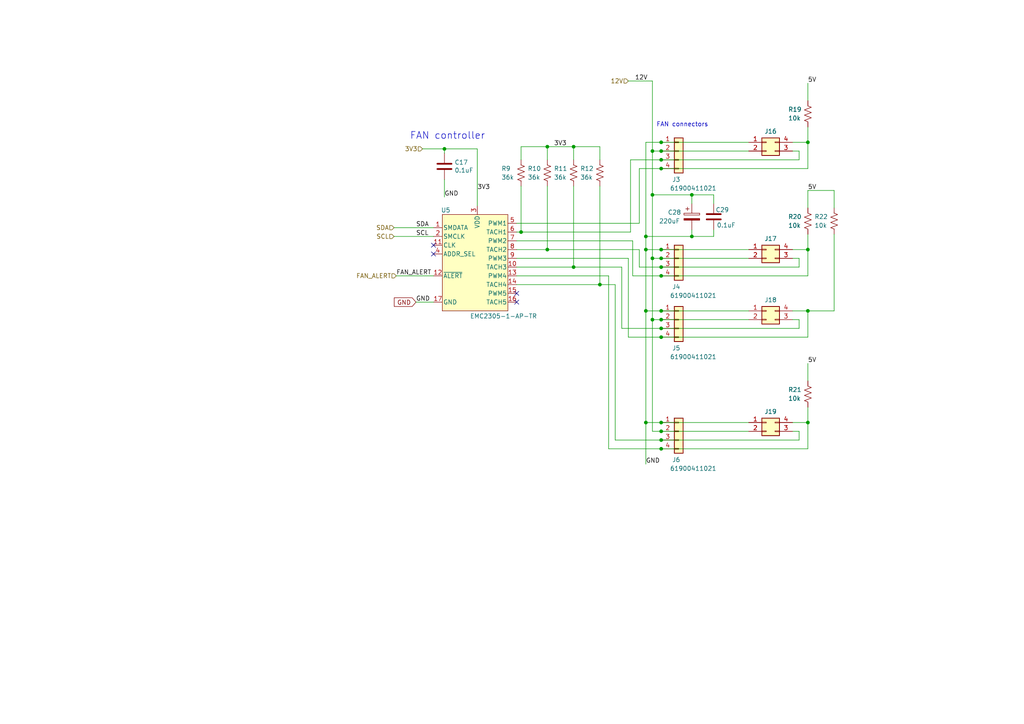
<source format=kicad_sch>
(kicad_sch (version 20230121) (generator eeschema)
  (paper "A4")
  (title_block (title "Bitcart") (date "2024-02-26") (rev "1"))
  (lib_symbols
    (symbol "Connector_Generic:Conn_01x04" (pin_names hide)
      (property "Reference" "J" (at 0 5.08 0))
      (property "Value" "Conn_01x04" (at 0 -7.62 0))
      (symbol "Conn_01x04_1_1"
        (rectangle (start -1.27 -4.953) (end 0 -5.207))
        (rectangle (start -1.27 -2.413) (end 0 -2.667))
        (rectangle (start -1.27 0.127) (end 0 -0.127))
        (rectangle (start -1.27 2.667) (end 0 2.413))
        (rectangle (start -1.27 3.81) (end 1.27 -6.35) (stroke (width 0.254)) (fill (type background)))
        (pin passive line (at -5.08 2.54 0) (length 3.81) (name "Pin_1") (number "1"))
        (pin passive line (at -5.08 0 0) (length 3.81) (name "Pin_2") (number "2"))
        (pin passive line (at -5.08 -2.54 0) (length 3.81) (name "Pin_3") (number "3"))
        (pin passive line (at -5.08 -5.08 0) (length 3.81) (name "Pin_4") (number "4"))
      )
    )
    (symbol "Connector_Generic:Conn_02x02_Counter_Clockwise" (pin_names (offset 1.016) hide)
      (property "Reference" "J" (at 1.27 2.54 0))
      (property "Value" "Conn_02x02_Counter_Clockwise" (at 1.27 -5.08 0))
      (symbol "Conn_02x02_Counter_Clockwise_1_1"
        (rectangle (start -1.27 -2.413) (end 0 -2.667) (stroke (width 0.1524)))
        (rectangle (start -1.27 0.127) (end 0 -0.127) (stroke (width 0.1524)))
        (rectangle (start -1.27 1.27) (end 3.81 -3.81) (stroke (width 0.254)) (fill (type background)))
        (rectangle (start 3.81 -2.413) (end 2.54 -2.667) (stroke (width 0.1524)))
        (rectangle (start 3.81 0.127) (end 2.54 -0.127) (stroke (width 0.1524)))
        (pin passive line (at -5.08 0 0) (length 3.81) (name "Pin_1") (number "1"))
        (pin passive line (at -5.08 -2.54 0) (length 3.81) (name "Pin_2") (number "2"))
        (pin passive line (at 7.62 -2.54 180) (length 3.81) (name "Pin_3") (number "3"))
        (pin passive line (at 7.62 0 180) (length 3.81) (name "Pin_4") (number "4"))
      )
    )
    (symbol "Device:C" (pin_numbers hide) (pin_names (offset 0.254))
      (property "Reference" "C" (at 0.635 2.54 0))
      (property "Value" "C" (at 0.635 -2.54 0))
      (symbol "C_0_1"
        (polyline (pts (xy -2.032 -0.762) (xy 2.032 -0.762)) (stroke (width 0.508)))
        (polyline (pts (xy -2.032 0.762) (xy 2.032 0.762)) (stroke (width 0.508)))
      )
      (symbol "C_1_1"
        (pin passive line (at 0 3.81 270) (length 2.794) (name "~") (number "1"))
        (pin passive line (at 0 -3.81 90) (length 2.794) (name "~") (number "2"))
      )
    )
    (symbol "Device:C_Polarized" (pin_numbers hide) (pin_names (offset 0.254))
      (property "Reference" "C" (at 0.635 2.54 0))
      (property "Value" "C_Polarized" (at 0.635 -2.54 0))
      (symbol "C_Polarized_0_1"
        (rectangle (start -2.286 0.508) (end 2.286 1.016))
        (polyline (pts (xy -1.778 2.286) (xy -0.762 2.286)))
        (polyline (pts (xy -1.27 2.794) (xy -1.27 1.778)))
        (rectangle (start 2.286 -0.508) (end -2.286 -1.016) (fill (type outline)))
      )
      (symbol "C_Polarized_1_1"
        (pin passive line (at 0 3.81 270) (length 2.794) (name "~") (number "1"))
        (pin passive line (at 0 -3.81 90) (length 2.794) (name "~") (number "2"))
      )
    )
    (symbol "Device:R_US" (pin_numbers hide) (pin_names (offset 0))
      (property "Reference" "R" (at 2.54 0 90))
      (property "Value" "R_US" (at -2.54 0 90))
      (symbol "R_US_0_1"
        (polyline (pts (xy 0 -2.286) (xy 0 -2.54)))
        (polyline (pts (xy 0 2.286) (xy 0 2.54)))
        (polyline (pts (xy 0 -0.762) (xy 1.016 -1.143) (xy 0 -1.524) (xy -1.016 -1.905) (xy 0 -2.286)))
        (polyline (pts (xy 0 0.762) (xy 1.016 0.381) (xy 0 0) (xy -1.016 -0.381) (xy 0 -0.762)))
        (polyline (pts (xy 0 2.286) (xy 1.016 1.905) (xy 0 1.524) (xy -1.016 1.143) (xy 0 0.762)))
      )
      (symbol "R_US_1_1"
        (pin passive line (at 0 3.81 270) (length 1.27) (name "~") (number "1"))
        (pin passive line (at 0 -3.81 90) (length 1.27) (name "~") (number "2"))
      )
    )
    (symbol "EMC2305-1-AP-TR_1" (pin_names (offset 0.254))
      (property "Reference" "U" (at -7.62 13.97 0))
      (property "Value" "EMC2305-1-AP-TR" (at 11.43 -16.51 0))
      (symbol "EMC2305-1-AP-TR_1_0_1"
        (pin bidirectional line (at -11.43 8.89 0) (length 2.54) (name "SMDATA") (number "1"))
        (pin input line (at 12.7 -2.54 180) (length 2.54) (name "TACH3") (number "10"))
        (pin bidirectional line (at -11.43 3.81 0) (length 2.54) (name "CLK") (number "11"))
        (pin output line (at 12.7 -5.08 180) (length 2.54) (name "PWM4") (number "13"))
        (pin input line (at 12.7 -7.62 180) (length 2.54) (name "TACH4") (number "14"))
        (pin output line (at 12.7 -10.16 180) (length 2.54) (name "PWM5") (number "15"))
        (pin input line (at 12.7 -12.7 180) (length 2.54) (name "TACH5") (number "16"))
        (pin input line (at -11.43 6.35 0) (length 2.54) (name "SMCLK") (number "2"))
        (pin power_in line (at 1.27 15.24 270) (length 2.54) (name "VDD") (number "3"))
        (pin bidirectional line (at -11.43 1.27 0) (length 2.54) (name "ADDR_SEL") (number "4"))
        (pin output line (at 12.7 10.16 180) (length 2.54) (name "PWM1") (number "5"))
        (pin input line (at 12.7 7.62 180) (length 2.54) (name "TACH1") (number "6"))
        (pin output line (at 12.7 5.08 180) (length 2.54) (name "PWM2") (number "7"))
        (pin input line (at 12.7 2.54 180) (length 2.54) (name "TACH2") (number "8"))
        (pin output line (at 12.7 0 180) (length 2.54) (name "PWM3") (number "9"))
      )
      (symbol "EMC2305-1-AP-TR_1_1_1"
        (rectangle (start -8.89 12.7) (end 10.16 -15.24) (fill (type background)))
        (pin output line (at -11.43 -5.08 0) (length 2.54) (name "~{ALERT}") (number "12"))
        (pin passive line (at -11.43 -12.7 0) (length 2.54) (name "GND") (number "17"))
      )
    )
  )
  (junction (at 191.77 122.555))
  (junction (at 158.75 42.545))
  (junction (at 187.325 72.39))
  (junction (at 191.77 43.815))
  (junction (at 200.66 56.515))
  (junction (at 191.77 95.25))
  (junction (at 128.905 43.18))
  (junction (at 173.99 82.55))
  (junction (at 191.77 74.93))
  (junction (at 151.13 67.31))
  (junction (at 187.325 90.17))
  (junction (at 200.66 68.58))
  (junction (at 234.315 122.555))
  (junction (at 234.315 41.275))
  (junction (at 191.77 130.175))
  (junction (at 234.315 90.17))
  (junction (at 189.23 74.93))
  (junction (at 189.23 92.71))
  (junction (at 234.315 72.39))
  (junction (at 191.77 48.895))
  (junction (at 191.77 127.635))
  (junction (at 191.77 97.79))
  (junction (at 191.77 90.17))
  (junction (at 189.23 56.515))
  (junction (at 187.325 68.58))
  (junction (at 189.23 43.815))
  (junction (at 191.77 41.275))
  (junction (at 191.77 77.47))
  (junction (at 191.77 92.71))
  (junction (at 166.37 77.47))
  (junction (at 158.75 72.39))
  (junction (at 187.325 122.555))
  (junction (at 166.37 42.545))
  (junction (at 191.77 80.01))
  (junction (at 191.77 46.355))
  (junction (at 191.77 72.39))
  (junction (at 191.77 125.095))
  (no_connect (at 125.73 71.12))
  (no_connect (at 149.86 87.63))
  (no_connect (at 125.73 73.66))
  (no_connect (at 149.86 85.09))
  (wire (pts (xy 189.23 43.815) (xy 189.23 56.515)))
  (wire (pts (xy 207.01 56.515) (xy 200.66 56.515)))
  (wire (pts (xy 207.01 68.58) (xy 200.66 68.58)))
  (wire (pts (xy 241.935 90.17) (xy 234.315 90.17)))
  (wire (pts (xy 151.13 53.975) (xy 151.13 67.31)))
  (wire (pts (xy 114.3 66.04) (xy 125.73 66.04)))
  (wire (pts (xy 229.87 43.815) (xy 231.775 43.815)))
  (wire (pts (xy 187.325 90.17) (xy 187.325 122.555)))
  (wire (pts (xy 234.315 80.01) (xy 191.77 80.01)))
  (wire (pts (xy 182.245 23.495) (xy 189.23 23.495)))
  (wire (pts (xy 200.66 68.58) (xy 187.325 68.58)))
  (wire (pts (xy 191.77 43.815) (xy 217.17 43.815)))
  (wire (pts (xy 166.37 42.545) (xy 166.37 46.355)))
  (wire (pts (xy 187.325 41.275) (xy 191.77 41.275)))
  (wire (pts (xy 229.87 90.17) (xy 234.315 90.17)))
  (wire (pts (xy 234.315 24.13) (xy 234.315 29.21)))
  (wire (pts (xy 189.23 125.095) (xy 191.77 125.095)))
  (wire (pts (xy 191.77 122.555) (xy 217.17 122.555)))
  (wire (pts (xy 182.245 74.93) (xy 149.86 74.93)))
  (wire (pts (xy 185.42 77.47) (xy 185.42 72.39)))
  (wire (pts (xy 189.23 43.815) (xy 191.77 43.815)))
  (wire (pts (xy 189.23 56.515) (xy 189.23 74.93)))
  (wire (pts (xy 191.77 130.175) (xy 176.53 130.175)))
  (wire (pts (xy 229.87 41.275) (xy 234.315 41.275)))
  (wire (pts (xy 191.77 46.355) (xy 182.88 46.355)))
  (wire (pts (xy 120.65 87.63) (xy 125.73 87.63)))
  (wire (pts (xy 187.325 122.555) (xy 187.325 134.62)))
  (wire (pts (xy 151.13 67.31) (xy 182.88 67.31)))
  (wire (pts (xy 176.53 80.01) (xy 149.86 80.01)))
  (wire (pts (xy 200.66 56.515) (xy 189.23 56.515)))
  (wire (pts (xy 114.3 68.58) (xy 125.73 68.58)))
  (wire (pts (xy 176.53 80.01) (xy 176.53 130.175)))
  (wire (pts (xy 234.315 41.275) (xy 234.315 48.895)))
  (wire (pts (xy 234.315 90.17) (xy 234.315 97.79)))
  (wire (pts (xy 158.75 53.975) (xy 158.75 72.39)))
  (wire (pts (xy 187.325 68.58) (xy 187.325 72.39)))
  (wire (pts (xy 178.435 127.635) (xy 178.435 82.55)))
  (wire (pts (xy 234.315 72.39) (xy 234.315 80.01)))
  (wire (pts (xy 178.435 82.55) (xy 173.99 82.55)))
  (wire (pts (xy 229.87 122.555) (xy 234.315 122.555)))
  (wire (pts (xy 187.325 90.17) (xy 191.77 90.17)))
  (wire (pts (xy 158.75 72.39) (xy 149.86 72.39)))
  (wire (pts (xy 231.775 125.095) (xy 231.775 127.635)))
  (wire (pts (xy 234.315 130.175) (xy 191.77 130.175)))
  (wire (pts (xy 191.77 122.555) (xy 187.325 122.555)))
  (wire (pts (xy 183.515 80.01) (xy 183.515 69.85)))
  (wire (pts (xy 191.77 72.39) (xy 217.17 72.39)))
  (wire (pts (xy 207.01 66.675) (xy 207.01 68.58)))
  (wire (pts (xy 229.87 92.71) (xy 231.775 92.71)))
  (wire (pts (xy 187.325 72.39) (xy 191.77 72.39)))
  (wire (pts (xy 200.66 66.675) (xy 200.66 68.58)))
  (wire (pts (xy 187.325 41.275) (xy 187.325 68.58)))
  (wire (pts (xy 173.99 82.55) (xy 149.86 82.55)))
  (wire (pts (xy 234.315 118.11) (xy 234.315 122.555)))
  (wire (pts (xy 234.315 97.79) (xy 191.77 97.79)))
  (wire (pts (xy 231.775 77.47) (xy 191.77 77.47)))
  (wire (pts (xy 231.775 95.25) (xy 191.77 95.25)))
  (wire (pts (xy 182.245 97.79) (xy 182.245 74.93)))
  (wire (pts (xy 241.935 55.245) (xy 241.935 60.325)))
  (wire (pts (xy 138.43 43.18) (xy 138.43 59.69)))
  (wire (pts (xy 180.34 77.47) (xy 166.37 77.47)))
  (wire (pts (xy 200.66 56.515) (xy 200.66 59.055)))
  (wire (pts (xy 114.935 80.01) (xy 125.73 80.01)))
  (wire (pts (xy 183.515 69.85) (xy 149.86 69.85)))
  (wire (pts (xy 128.905 43.18) (xy 138.43 43.18)))
  (wire (pts (xy 191.77 127.635) (xy 178.435 127.635)))
  (wire (pts (xy 231.775 74.93) (xy 231.775 77.47)))
  (wire (pts (xy 122.555 43.18) (xy 128.905 43.18)))
  (wire (pts (xy 191.77 92.71) (xy 217.17 92.71)))
  (wire (pts (xy 151.13 42.545) (xy 151.13 46.355)))
  (wire (pts (xy 189.23 23.495) (xy 189.23 43.815)))
  (wire (pts (xy 128.905 52.07) (xy 128.905 57.15)))
  (wire (pts (xy 231.775 46.355) (xy 191.77 46.355)))
  (wire (pts (xy 180.34 95.25) (xy 180.34 77.47)))
  (wire (pts (xy 231.775 127.635) (xy 191.77 127.635)))
  (wire (pts (xy 191.77 125.095) (xy 217.17 125.095)))
  (wire (pts (xy 207.01 59.055) (xy 207.01 56.515)))
  (wire (pts (xy 229.87 125.095) (xy 231.775 125.095)))
  (wire (pts (xy 182.88 46.355) (xy 182.88 67.31)))
  (wire (pts (xy 173.99 53.975) (xy 173.99 82.55)))
  (wire (pts (xy 234.315 48.895) (xy 191.77 48.895)))
  (wire (pts (xy 234.315 122.555) (xy 234.315 130.175)))
  (wire (pts (xy 231.775 43.815) (xy 231.775 46.355)))
  (wire (pts (xy 234.315 105.41) (xy 234.315 110.49)))
  (wire (pts (xy 191.77 95.25) (xy 180.34 95.25)))
  (wire (pts (xy 173.99 42.545) (xy 166.37 42.545)))
  (wire (pts (xy 185.42 72.39) (xy 158.75 72.39)))
  (wire (pts (xy 191.77 80.01) (xy 183.515 80.01)))
  (wire (pts (xy 234.315 36.83) (xy 234.315 41.275)))
  (wire (pts (xy 166.37 53.975) (xy 166.37 77.47)))
  (wire (pts (xy 191.77 41.275) (xy 217.17 41.275)))
  (wire (pts (xy 189.23 92.71) (xy 189.23 125.095)))
  (wire (pts (xy 234.315 55.245) (xy 241.935 55.245)))
  (wire (pts (xy 189.23 92.71) (xy 191.77 92.71)))
  (wire (pts (xy 166.37 77.47) (xy 149.86 77.47)))
  (wire (pts (xy 166.37 42.545) (xy 158.75 42.545)))
  (wire (pts (xy 231.775 92.71) (xy 231.775 95.25)))
  (wire (pts (xy 185.42 48.895) (xy 185.42 64.77)))
  (wire (pts (xy 191.77 90.17) (xy 217.17 90.17)))
  (wire (pts (xy 191.77 97.79) (xy 182.245 97.79)))
  (wire (pts (xy 234.315 55.245) (xy 234.315 60.325)))
  (wire (pts (xy 189.23 74.93) (xy 191.77 74.93)))
  (wire (pts (xy 151.13 67.31) (xy 149.86 67.31)))
  (wire (pts (xy 229.87 74.93) (xy 231.775 74.93)))
  (wire (pts (xy 191.77 77.47) (xy 185.42 77.47)))
  (wire (pts (xy 158.75 42.545) (xy 151.13 42.545)))
  (wire (pts (xy 234.315 67.945) (xy 234.315 72.39)))
  (wire (pts (xy 173.99 46.355) (xy 173.99 42.545)))
  (wire (pts (xy 158.75 42.545) (xy 158.75 46.355)))
  (wire (pts (xy 128.905 44.45) (xy 128.905 43.18)))
  (wire (pts (xy 229.87 72.39) (xy 234.315 72.39)))
  (wire (pts (xy 185.42 48.895) (xy 191.77 48.895)))
  (wire (pts (xy 187.325 72.39) (xy 187.325 90.17)))
  (wire (pts (xy 191.77 74.93) (xy 217.17 74.93)))
  (wire (pts (xy 185.42 64.77) (xy 149.86 64.77)))
  (wire (pts (xy 241.935 67.945) (xy 241.935 90.17)))
  (wire (pts (xy 189.23 74.93) (xy 189.23 92.71)))
  (text "FAN controller" (at 118.872 40.64 0) (effects (font (size 2.0066 2.0066)) (justify left bottom)))
  (text "FAN connectors" (at 190.373 36.957 0) (effects (font (size 1.27 1.27)) (justify left bottom)))
  (label "GND" (at 120.65 87.63 0))
  (label "5V" (at 234.315 24.13 0))
  (label "GND" (at 128.905 57.15 0))
  (label "5V" (at 234.315 105.41 0))
  (label "SDA" (at 120.65 66.04 0))
  (label "SCL" (at 120.65 68.58 0))
  (label "3V3" (at 160.655 42.545 0))
  (label "FAN_ALERT" (at 114.935 80.01 0))
  (label "12V" (at 184.15 23.495 0))
  (label "GND" (at 187.325 134.62 0))
  (label "5V" (at 234.315 55.245 0))
  (label "3V3" (at 138.43 55.245 0))
  (global_label "GND" (shape input) (at 120.65 87.63 180) (property "Intersheetrefs" "${INTERSHEET_REFS}" (effects hide)))
  (hierarchical_label "3V3" (shape input) (at 122.555 43.18 180))
  (hierarchical_label "12V" (shape input) (at 182.245 23.495 180))
  (hierarchical_label "SDA" (shape input) (at 114.3 66.04 180))
  (hierarchical_label "SCL" (shape input) (at 114.3 68.58 180))
  (hierarchical_label "FAN_ALERT" (shape input) (at 114.935 80.01 180))
  (symbol (lib_id "Device:C") (at 128.905 48.26 0) (unit 1)
    (property "Reference" "C17" (at 131.826 47.0916 0) (effects (justify left)))
    (property "Value" "0.1uF" (at 131.826 49.403 0) (effects (justify left)))
    (property "Footprint" "Capacitor_SMD:C_0402_1005Metric" (effects hide))
    (property "Datasheet" "https://search.murata.co.jp/Ceramy/image/img/A01X/G101/ENG/GRM155R71C104KA88-01.pdf" (effects hide))
    (property "DK" "478-KGM05AR71C104KHCT-ND" (effects hide))
    (property "PARTNO" "KGM05AR71C104KH" (effects hide))
  )
  (symbol (lib_id "Connector_Generic:Conn_01x04") (at 196.85 125.095 0) (unit 1)
    (property "Reference" "J6" (at 194.945 133.35 0) (effects (justify left)))
    (property "Value" "61900411021" (at 194.31 135.89 0) (effects (justify left)))
    (property "Footprint" "bitcart:CONN_61900411021_WRE" (effects hide))
    (property "Datasheet" "https://www.molex.com/pdm_docs/sd/470531000_sd.pdf" (effects hide))
    (property "DK" "732-2701-ND" (effects hide))
    (property "PARTNO" "61900411021" (effects hide))
  )
  (symbol (lib_id "Device:C") (at 207.01 62.865 0) (mirror y) (unit 1)
    (property "Reference" "C29" (at 211.455 61.595 0) (effects (justify left bottom)))
    (property "Value" "0.1uF" (at 213.36 66.04 0) (effects (justify left bottom)))
    (property "Footprint" "Capacitor_SMD:C_0402_1005Metric" (effects hide))
    (property "DK" "1292-1639-1-ND" (effects hide))
    (property "PARTNO" "0402X104K100CT" (effects hide))
    (instances (project "fan" (path "" (reference "C29") (unit 1))) (project "bitcart" (path "" (reference "C21") (unit 1))))
  )
  (symbol (lib_id "Device:R_US") (at 234.315 114.3 0) (unit 1)
    (property "Reference" "R21" (at 228.6 113.03 0) (effects (justify left)))
    (property "Value" "10k" (at 228.6 115.57 0) (effects (justify left)))
    (property "Footprint" "Resistor_SMD:R_0402_1005Metric" (effects hide))
  )
  (symbol (lib_name "EMC2305-1-AP-TR_1") (lib_id "bitcart:EMC2305-1-AP-TR") (at 137.16 74.93 0) (unit 1)
    (property "Reference" "U5" (at 129.286 60.96 0))
    (property "Value" "EMC2305-1-AP-TR" (at 146.05 91.694 0))
    (property "Footprint" "bitcart:QFN16_4x4MC_MCH" (effects hide))
    (property "Datasheet" "https://ww1.microchip.com/downloads/aemDocuments/documents/MSLD/ProductDocuments/DataSheets/EMC2301-2-3-5-Data-Sheet-DS20006532A.pdf" (effects hide))
    (property "DK" "EMC2305-1-AP-CT-ND" (effects hide))
    (property "PARYNO" "EMC2305-1-AP-TR" (effects hide))
  )
  (symbol (lib_id "Device:C_Polarized") (at 200.66 62.865 0) (unit 1)
    (property "Reference" "C28" (at 193.675 61.595 0) (effects (justify left)))
    (property "Value" "220uF" (at 191.135 64.135 0) (effects (justify left)))
    (property "Footprint" "Capacitor_SMD:CP_Elec_6.3x7.7" (effects hide))
    (property "DK" "732-8422-1-ND" (effects hide))
    (property "PARTNO" "865080345012" (effects hide))
    (instances (project "fan" (path "" (reference "C28") (unit 1))) (project "bitcart" (path "" (reference "C19") (unit 1))))
  )
  (symbol (lib_id "Connector_Generic:Conn_02x02_Counter_Clockwise") (at 222.25 90.17 0) (unit 1)
    (property "Reference" "J18" (at 223.52 86.995 0))
    (property "Value" "0353180420" (effects hide))
    (property "Footprint" "bitcrane:MOLEX_353180420" (effects hide))
    (property "Datasheet" "https://tools.molex.com/pdm_docs/sd/353180420_sd.pdf" (effects hide))
    (property "DK" "WM13195-ND" (effects hide))
    (property "PARTNO" "0353180420" (effects hide))
  )
  (symbol (lib_id "Device:R_US") (at 234.315 64.135 0) (unit 1)
    (property "Reference" "R20" (at 228.6 62.865 0) (effects (justify left)))
    (property "Value" "10k" (at 228.6 65.405 0) (effects (justify left)))
    (property "Footprint" "Resistor_SMD:R_0402_1005Metric" (effects hide))
  )
  (symbol (lib_id "Device:R_US") (at 151.13 50.165 0) (unit 1)
    (property "Reference" "R9" (at 145.415 48.895 0) (effects (justify left)))
    (property "Value" "36k" (at 145.415 51.435 0) (effects (justify left)))
    (property "Footprint" "Resistor_SMD:R_0402_1005Metric" (effects hide))
    (property "DK" "CR0402-FX-3602GLFCT-ND" (effects hide))
    (property "PARTNO" "CR0402-FX-3602GLF" (effects hide))
  )
  (symbol (lib_id "Connector_Generic:Conn_01x04") (at 196.85 43.815 0) (unit 1)
    (property "Reference" "J3" (at 194.945 52.07 0) (effects (justify left)))
    (property "Value" "61900411021" (at 194.31 54.61 0) (effects (justify left)))
    (property "Footprint" "bitcart:CONN_61900411021_WRE" (effects hide))
    (property "Datasheet" "https://www.molex.com/pdm_docs/sd/470531000_sd.pdf" (effects hide))
    (property "DK" "732-2701-ND" (effects hide))
    (property "PARTNO" "61900411021" (effects hide))
  )
  (symbol (lib_id "Device:R_US") (at 166.37 50.165 0) (unit 1)
    (property "Reference" "R11" (at 160.655 48.895 0) (effects (justify left)))
    (property "Value" "36k" (at 160.655 51.435 0) (effects (justify left)))
    (property "Footprint" "Resistor_SMD:R_0402_1005Metric" (effects hide))
    (property "DK" "CR0402-FX-3602GLFCT-ND" (effects hide))
    (property "PARTNO" "CR0402-FX-3602GLF" (effects hide))
  )
  (symbol (lib_id "Connector_Generic:Conn_02x02_Counter_Clockwise") (at 222.25 41.275 0) (unit 1)
    (property "Reference" "J16" (at 223.52 38.1 0))
    (property "Value" "0353180420" (effects hide))
    (property "Footprint" "bitcrane:MOLEX_353180420" (effects hide))
    (property "Datasheet" "https://tools.molex.com/pdm_docs/sd/353180420_sd.pdf" (effects hide))
    (property "DK" "WM13195-ND" (effects hide))
    (property "PARTNO" "0353180420" (effects hide))
  )
  (symbol (lib_id "Device:R_US") (at 158.75 50.165 0) (unit 1)
    (property "Reference" "R10" (at 153.035 48.895 0) (effects (justify left)))
    (property "Value" "36k" (at 153.035 51.435 0) (effects (justify left)))
    (property "Footprint" "Resistor_SMD:R_0402_1005Metric" (effects hide))
    (property "DK" "CR0402-FX-3602GLFCT-ND" (effects hide))
    (property "PARTNO" "CR0402-FX-3602GLF" (effects hide))
  )
  (symbol (lib_id "Device:R_US") (at 241.935 64.135 0) (unit 1)
    (property "Reference" "R22" (at 236.22 62.865 0) (effects (justify left)))
    (property "Value" "10k" (at 236.22 65.405 0) (effects (justify left)))
    (property "Footprint" "Resistor_SMD:R_0402_1005Metric" (effects hide))
  )
  (symbol (lib_id "Connector_Generic:Conn_02x02_Counter_Clockwise") (at 222.25 122.555 0) (unit 1)
    (property "Reference" "J19" (at 223.52 119.38 0))
    (property "Value" "0353180420" (effects hide))
    (property "Footprint" "bitcrane:MOLEX_353180420" (effects hide))
    (property "Datasheet" "https://tools.molex.com/pdm_docs/sd/353180420_sd.pdf" (effects hide))
    (property "DK" "WM13195-ND" (effects hide))
    (property "PARTNO" "0353180420" (effects hide))
  )
  (symbol (lib_id "Device:R_US") (at 173.99 50.165 0) (unit 1)
    (property "Reference" "R12" (at 168.275 48.895 0) (effects (justify left)))
    (property "Value" "36k" (at 168.275 51.435 0) (effects (justify left)))
    (property "Footprint" "Resistor_SMD:R_0402_1005Metric" (effects hide))
    (property "DK" "CR0402-FX-3602GLFCT-ND" (effects hide))
    (property "PARTNO" "CR0402-FX-3602GLF" (effects hide))
  )
  (symbol (lib_id "Connector_Generic:Conn_01x04") (at 196.85 92.71 0) (unit 1)
    (property "Reference" "J5" (at 194.945 100.965 0) (effects (justify left)))
    (property "Value" "61900411021" (at 194.31 103.505 0) (effects (justify left)))
    (property "Footprint" "bitcart:CONN_61900411021_WRE" (effects hide))
    (property "Datasheet" "https://www.molex.com/pdm_docs/sd/470531000_sd.pdf" (effects hide))
    (property "DK" "732-2701-ND" (effects hide))
    (property "PARTNO" "61900411021" (effects hide))
  )
  (symbol (lib_id "Device:R_US") (at 234.315 33.02 0) (unit 1)
    (property "Reference" "R19" (at 228.6 31.75 0) (effects (justify left)))
    (property "Value" "10k" (at 228.6 34.29 0) (effects (justify left)))
    (property "Footprint" "Resistor_SMD:R_0402_1005Metric" (effects hide))
  )
  (symbol (lib_id "Connector_Generic:Conn_01x04") (at 196.85 74.93 0) (unit 1)
    (property "Reference" "J4" (at 194.945 83.185 0) (effects (justify left)))
    (property "Value" "61900411021" (at 194.31 85.725 0) (effects (justify left)))
    (property "Footprint" "bitcart:CONN_61900411021_WRE" (effects hide))
    (property "Datasheet" "https://www.molex.com/pdm_docs/sd/470531000_sd.pdf" (effects hide))
    (property "DK" "732-2701-ND" (effects hide))
    (property "PARTNO" "61900411021" (effects hide))
  )
  (symbol (lib_id "Connector_Generic:Conn_02x02_Counter_Clockwise") (at 222.25 72.39 0) (unit 1)
    (property "Reference" "J17" (at 223.52 69.215 0))
    (property "Value" "0353180420" (effects hide))
    (property "Footprint" "bitcrane:MOLEX_353180420" (effects hide))
    (property "Datasheet" "https://tools.molex.com/pdm_docs/sd/353180420_sd.pdf" (effects hide))
    (property "DK" "WM13195-ND" (effects hide))
    (property "PARTNO" "0353180420" (effects hide))
  )
)
</source>
